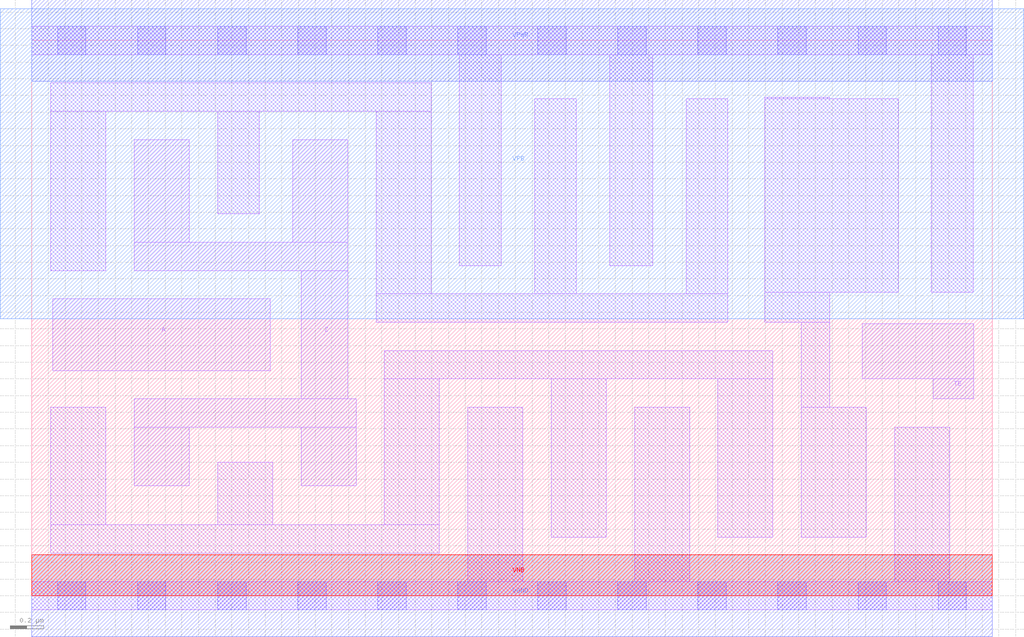
<source format=lef>
# Copyright 2020 The SkyWater PDK Authors
#
# Licensed under the Apache License, Version 2.0 (the "License");
# you may not use this file except in compliance with the License.
# You may obtain a copy of the License at
#
#     https://www.apache.org/licenses/LICENSE-2.0
#
# Unless required by applicable law or agreed to in writing, software
# distributed under the License is distributed on an "AS IS" BASIS,
# WITHOUT WARRANTIES OR CONDITIONS OF ANY KIND, either express or implied.
# See the License for the specific language governing permissions and
# limitations under the License.
#
# SPDX-License-Identifier: Apache-2.0

VERSION 5.7 ;
  NOWIREEXTENSIONATPIN ON ;
  DIVIDERCHAR "/" ;
  BUSBITCHARS "[]" ;
MACRO sky130_fd_sc_ls__einvp_4
  CLASS CORE ;
  FOREIGN sky130_fd_sc_ls__einvp_4 ;
  ORIGIN  0.000000  0.000000 ;
  SIZE  5.760000 BY  3.330000 ;
  SYMMETRY X Y ;
  SITE unit ;
  PIN A
    ANTENNAGATEAREA  1.116000 ;
    DIRECTION INPUT ;
    USE SIGNAL ;
    PORT
      LAYER li1 ;
        RECT 0.125000 1.350000 1.430000 1.780000 ;
    END
  END A
  PIN TE
    ANTENNAGATEAREA  0.723000 ;
    DIRECTION INPUT ;
    USE SIGNAL ;
    PORT
      LAYER li1 ;
        RECT 4.980000 1.300000 5.650000 1.630000 ;
        RECT 5.405000 1.180000 5.650000 1.300000 ;
    END
  END TE
  PIN VNB
    PORT
      LAYER pwell ;
        RECT 0.000000 0.000000 5.760000 0.245000 ;
    END
  END VNB
  PIN VPB
    PORT
      LAYER nwell ;
        RECT -0.190000 1.660000 5.950000 3.520000 ;
    END
  END VPB
  PIN Z
    ANTENNADIFFAREA  1.221900 ;
    DIRECTION OUTPUT ;
    USE SIGNAL ;
    PORT
      LAYER li1 ;
        RECT 0.615000 0.660000 0.945000 1.010000 ;
        RECT 0.615000 1.010000 1.945000 1.180000 ;
        RECT 0.615000 1.950000 1.895000 2.120000 ;
        RECT 0.615000 2.120000 0.945000 2.735000 ;
        RECT 1.565000 2.120000 1.895000 2.735000 ;
        RECT 1.615000 0.660000 1.945000 1.010000 ;
        RECT 1.615000 1.180000 1.895000 1.950000 ;
    END
  END Z
  PIN VGND
    DIRECTION INOUT ;
    SHAPE ABUTMENT ;
    USE GROUND ;
    PORT
      LAYER met1 ;
        RECT 0.000000 -0.245000 5.760000 0.245000 ;
    END
  END VGND
  PIN VPWR
    DIRECTION INOUT ;
    SHAPE ABUTMENT ;
    USE POWER ;
    PORT
      LAYER met1 ;
        RECT 0.000000 3.085000 5.760000 3.575000 ;
    END
  END VPWR
  OBS
    LAYER li1 ;
      RECT 0.000000 -0.085000 5.760000 0.085000 ;
      RECT 0.000000  3.245000 5.760000 3.415000 ;
      RECT 0.115000  0.255000 2.445000 0.425000 ;
      RECT 0.115000  0.425000 0.445000 1.130000 ;
      RECT 0.115000  1.950000 0.445000 2.905000 ;
      RECT 0.115000  2.905000 2.395000 3.075000 ;
      RECT 1.115000  0.425000 1.445000 0.800000 ;
      RECT 1.115000  2.290000 1.365000 2.905000 ;
      RECT 2.065000  1.640000 4.175000 1.810000 ;
      RECT 2.065000  1.810000 2.395000 2.905000 ;
      RECT 2.115000  0.425000 2.445000 1.300000 ;
      RECT 2.115000  1.300000 4.445000 1.470000 ;
      RECT 2.565000  1.980000 2.815000 3.245000 ;
      RECT 2.615000  0.085000 2.945000 1.130000 ;
      RECT 3.015000  1.810000 3.265000 2.980000 ;
      RECT 3.115000  0.350000 3.445000 1.300000 ;
      RECT 3.465000  1.980000 3.725000 3.245000 ;
      RECT 3.615000  0.085000 3.945000 1.130000 ;
      RECT 3.925000  1.810000 4.175000 2.980000 ;
      RECT 4.115000  0.350000 4.445000 1.300000 ;
      RECT 4.395000  1.640000 4.785000 1.820000 ;
      RECT 4.395000  1.820000 5.195000 2.980000 ;
      RECT 4.395000  2.980000 4.785000 2.990000 ;
      RECT 4.615000  0.350000 5.005000 1.130000 ;
      RECT 4.615000  1.130000 4.785000 1.640000 ;
      RECT 5.175000  0.085000 5.505000 1.010000 ;
      RECT 5.395000  1.820000 5.645000 3.245000 ;
    LAYER mcon ;
      RECT 0.155000 -0.085000 0.325000 0.085000 ;
      RECT 0.155000  3.245000 0.325000 3.415000 ;
      RECT 0.635000 -0.085000 0.805000 0.085000 ;
      RECT 0.635000  3.245000 0.805000 3.415000 ;
      RECT 1.115000 -0.085000 1.285000 0.085000 ;
      RECT 1.115000  3.245000 1.285000 3.415000 ;
      RECT 1.595000 -0.085000 1.765000 0.085000 ;
      RECT 1.595000  3.245000 1.765000 3.415000 ;
      RECT 2.075000 -0.085000 2.245000 0.085000 ;
      RECT 2.075000  3.245000 2.245000 3.415000 ;
      RECT 2.555000 -0.085000 2.725000 0.085000 ;
      RECT 2.555000  3.245000 2.725000 3.415000 ;
      RECT 3.035000 -0.085000 3.205000 0.085000 ;
      RECT 3.035000  3.245000 3.205000 3.415000 ;
      RECT 3.515000 -0.085000 3.685000 0.085000 ;
      RECT 3.515000  3.245000 3.685000 3.415000 ;
      RECT 3.995000 -0.085000 4.165000 0.085000 ;
      RECT 3.995000  3.245000 4.165000 3.415000 ;
      RECT 4.475000 -0.085000 4.645000 0.085000 ;
      RECT 4.475000  3.245000 4.645000 3.415000 ;
      RECT 4.955000 -0.085000 5.125000 0.085000 ;
      RECT 4.955000  3.245000 5.125000 3.415000 ;
      RECT 5.435000 -0.085000 5.605000 0.085000 ;
      RECT 5.435000  3.245000 5.605000 3.415000 ;
  END
END sky130_fd_sc_ls__einvp_4
END LIBRARY

</source>
